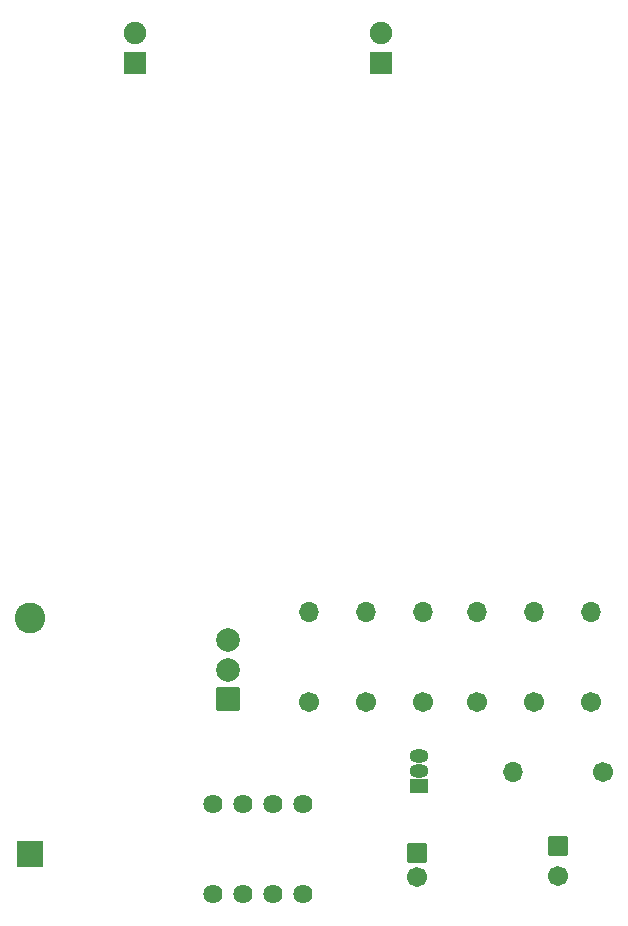
<source format=gbr>
%TF.GenerationSoftware,KiCad,Pcbnew,(6.0.7)*%
%TF.CreationDate,2022-09-19T10:22:26-04:00*%
%TF.ProjectId,proj_2,70726f6a-5f32-42e6-9b69-6361645f7063,rev?*%
%TF.SameCoordinates,Original*%
%TF.FileFunction,Soldermask,Bot*%
%TF.FilePolarity,Negative*%
%FSLAX46Y46*%
G04 Gerber Fmt 4.6, Leading zero omitted, Abs format (unit mm)*
G04 Created by KiCad (PCBNEW (6.0.7)) date 2022-09-19 10:22:26*
%MOMM*%
%LPD*%
G01*
G04 APERTURE LIST*
G04 Aperture macros list*
%AMRoundRect*
0 Rectangle with rounded corners*
0 $1 Rounding radius*
0 $2 $3 $4 $5 $6 $7 $8 $9 X,Y pos of 4 corners*
0 Add a 4 corners polygon primitive as box body*
4,1,4,$2,$3,$4,$5,$6,$7,$8,$9,$2,$3,0*
0 Add four circle primitives for the rounded corners*
1,1,$1+$1,$2,$3*
1,1,$1+$1,$4,$5*
1,1,$1+$1,$6,$7*
1,1,$1+$1,$8,$9*
0 Add four rect primitives between the rounded corners*
20,1,$1+$1,$2,$3,$4,$5,0*
20,1,$1+$1,$4,$5,$6,$7,0*
20,1,$1+$1,$6,$7,$8,$9,0*
20,1,$1+$1,$8,$9,$2,$3,0*%
G04 Aperture macros list end*
%ADD10C,1.701600*%
%ADD11O,1.701600X1.701600*%
%ADD12RoundRect,0.050800X-0.800000X0.800000X-0.800000X-0.800000X0.800000X-0.800000X0.800000X0.800000X0*%
%ADD13RoundRect,0.050800X1.085000X-1.085000X1.085000X1.085000X-1.085000X1.085000X-1.085000X-1.085000X0*%
%ADD14C,2.601600*%
%ADD15RoundRect,0.050800X0.750000X-0.525000X0.750000X0.525000X-0.750000X0.525000X-0.750000X-0.525000X0*%
%ADD16O,1.601600X1.151600*%
%ADD17RoundRect,0.050800X0.900000X-0.900000X0.900000X0.900000X-0.900000X0.900000X-0.900000X-0.900000X0*%
%ADD18C,1.901600*%
%ADD19C,1.625600*%
%ADD20RoundRect,0.050800X0.950000X-0.950000X0.950000X0.950000X-0.950000X0.950000X-0.950000X-0.950000X0*%
%ADD21C,2.001600*%
G04 APERTURE END LIST*
D10*
%TO.C,R5*%
X171450000Y-94272000D03*
D11*
X163830000Y-94272000D03*
%TD*%
D10*
%TO.C,R6*%
X156210000Y-88392000D03*
D11*
X156210000Y-80772000D03*
%TD*%
D12*
%TO.C,C1*%
X155702000Y-101152888D03*
D10*
X155702000Y-103152888D03*
%TD*%
%TO.C,R7*%
X160782000Y-88392000D03*
D11*
X160782000Y-80772000D03*
%TD*%
D13*
%TO.C,BAT1*%
X122936000Y-101231700D03*
D14*
X122936000Y-81231700D03*
%TD*%
D10*
%TO.C,R1*%
X146558000Y-88392000D03*
D11*
X146558000Y-80772000D03*
%TD*%
D15*
%TO.C,Q1*%
X155808000Y-95504000D03*
D16*
X155808000Y-94234000D03*
X155808000Y-92964000D03*
%TD*%
D17*
%TO.C,D2*%
X152654000Y-34295000D03*
D18*
X152654000Y-31755000D03*
%TD*%
D10*
%TO.C,R4*%
X170434000Y-88392000D03*
D11*
X170434000Y-80772000D03*
%TD*%
D17*
%TO.C,D1*%
X131826000Y-34295000D03*
D18*
X131826000Y-31755000D03*
%TD*%
D19*
%TO.C,U1*%
X138430000Y-104648000D03*
X140970000Y-104648000D03*
X143510000Y-104648000D03*
X146050000Y-104648000D03*
X146050000Y-97028000D03*
X143510000Y-97028000D03*
X140970000Y-97028000D03*
X138430000Y-97028000D03*
%TD*%
D20*
%TO.C,S1*%
X139700000Y-88138000D03*
D21*
X139700000Y-85638000D03*
X139700000Y-83138000D03*
%TD*%
D12*
%TO.C,C2*%
X167640000Y-100584000D03*
D10*
X167640000Y-103084000D03*
%TD*%
%TO.C,R2*%
X151384000Y-88392000D03*
D11*
X151384000Y-80772000D03*
%TD*%
D10*
%TO.C,R3*%
X165608000Y-88392000D03*
D11*
X165608000Y-80772000D03*
%TD*%
M02*

</source>
